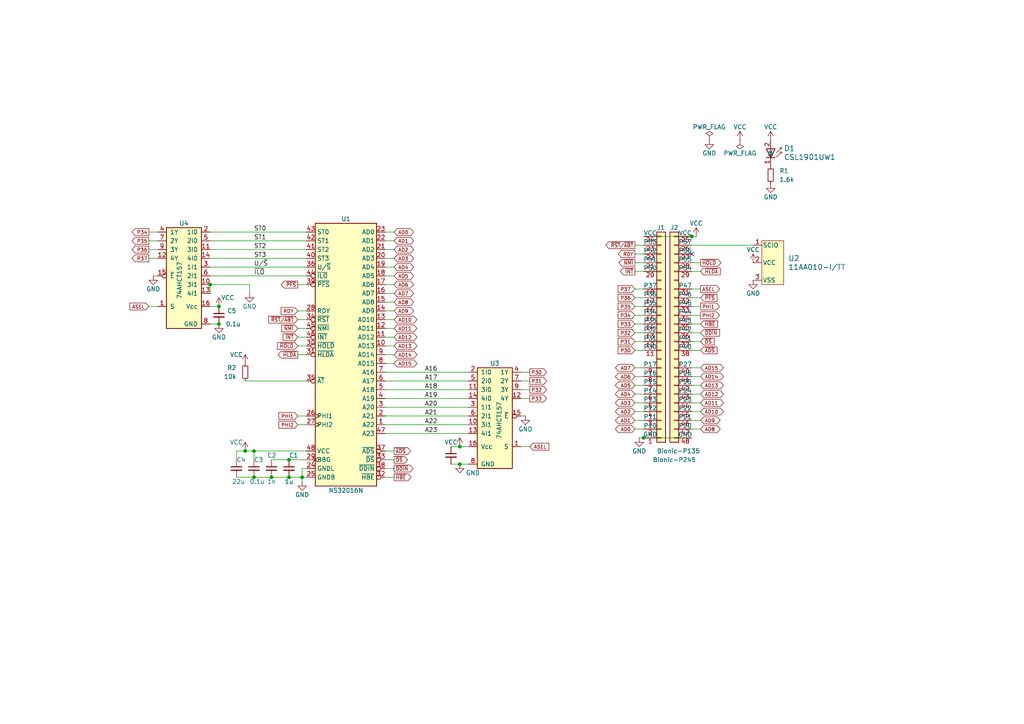
<source format=kicad_sch>
(kicad_sch (version 20250114) (generator "eeschema") (generator_version "9.0")
  (paper "A4")
  (title_block (title "BionicNS32016") (date "2025-12-24") (rev "2") (company "Tadashi G. Takaoka"))
  (lib_symbols
    (symbol "Device:C_Small" (pin_numbers (hide yes)) (pin_names (offset 0.254) (hide yes))
      (property "Reference" "C" (at 0.254 1.778 0))
      (property "Value" "C_Small" (at 0.254 -2.032 0))
      (symbol "C_Small_0_1"
        (polyline (pts (xy -1.524 0.508) (xy 1.524 0.508)) (stroke (width 0.3048)))
        (polyline (pts (xy -1.524 -0.508) (xy 1.524 -0.508)) (stroke (width 0.3302)))
      )
      (symbol "C_Small_1_1"
        (pin passive line (at 0 2.54 270) (length 2.032) (name "~") (number "1"))
        (pin passive line (at 0 -2.54 90) (length 2.032) (name "~") (number "2"))
      )
    )
    (symbol "Device:R_Small" (pin_numbers (hide yes)) (pin_names (offset 0.254) (hide yes))
      (property "Reference" "R" (at 0 0 90))
      (property "Value" "R_Small" (at 1.778 0 90))
      (symbol "R_Small_0_1"
        (rectangle (start -0.762 1.778) (end 0.762 -1.778) (stroke (width 0.2032)))
      )
      (symbol "R_Small_1_1"
        (pin passive line (at 0 2.54 270) (length 0.762) (name "~") (number "1"))
        (pin passive line (at 0 -2.54 90) (length 0.762) (name "~") (number "2"))
      )
    )
    (symbol "R_Small_1" (pin_numbers (hide yes)) (pin_names (offset 0.254) (hide yes))
      (property "Reference" "R" (at 0 0 90))
      (property "Value" "R_Small" (at 1.778 0 90))
      (symbol "R_Small_1_0_1"
        (rectangle (start -0.762 1.778) (end 0.762 -1.778) (stroke (width 0.2032)))
      )
      (symbol "R_Small_1_1_1"
        (pin passive line (at 0 2.54 270) (length 0.762) (name "~") (number "1"))
        (pin passive line (at 0 -2.54 90) (length 0.762) (name "~") (number "2"))
      )
    )
    (symbol "bionic:Bionic-P135" (pin_names (offset 0))
      (property "Reference" "J" (at 0 30.48 0))
      (property "Value" "Bionic-P135" (at -1.27 -33.02 0))
      (symbol "Bionic-P135_1_1"
        (rectangle (start 0 28.067) (end -1.27 27.813) (stroke (width 0.1524)))
        (rectangle (start 0 25.527) (end -1.27 25.273) (stroke (width 0.1524)))
        (rectangle (start 0 22.987) (end -1.27 22.733) (stroke (width 0.1524)))
        (rectangle (start 0 20.447) (end -1.27 20.193) (stroke (width 0.1524)))
        (rectangle (start 0 17.907) (end -1.27 17.653) (stroke (width 0.1524)))
        (rectangle (start 0 15.367) (end -1.27 15.113) (stroke (width 0.1524)))
        (rectangle (start 0 12.827) (end -1.27 12.573) (stroke (width 0.1524)))
        (rectangle (start 0 10.287) (end -1.27 10.033) (stroke (width 0.1524)))
        (rectangle (start 0 7.747) (end -1.27 7.493) (stroke (width 0.1524)))
        (rectangle (start 0 5.207) (end -1.27 4.953) (stroke (width 0.1524)))
        (rectangle (start 0 2.667) (end -1.27 2.413) (stroke (width 0.1524)))
        (rectangle (start 0 0.127) (end -1.27 -0.127) (stroke (width 0.1524)))
        (rectangle (start 0 -2.413) (end -1.27 -2.667) (stroke (width 0.1524)))
        (rectangle (start 0 -4.953) (end -1.27 -5.207) (stroke (width 0.1524)))
        (rectangle (start 0 -7.493) (end -1.27 -7.747) (stroke (width 0.1524)))
        (rectangle (start 0 -10.033) (end -1.27 -10.287) (stroke (width 0.1524)))
        (rectangle (start 0 -12.573) (end -1.27 -12.827) (stroke (width 0.1524)))
        (rectangle (start 0 -15.113) (end -1.27 -15.367) (stroke (width 0.1524)))
        (rectangle (start 0 -17.653) (end -1.27 -17.907) (stroke (width 0.1524)))
        (rectangle (start 0 -20.193) (end -1.27 -20.447) (stroke (width 0.1524)))
        (rectangle (start 0 -22.733) (end -1.27 -22.987) (stroke (width 0.1524)))
        (rectangle (start 0 -25.273) (end -1.27 -25.527) (stroke (width 0.1524)))
        (rectangle (start 0 -27.813) (end -1.27 -28.067) (stroke (width 0.1524)))
        (rectangle (start 0 -30.353) (end -1.27 -30.607) (stroke (width 0.1524)))
        (rectangle (start 1.27 29.21) (end -1.27 -31.75) (stroke (width 0.254)) (fill (type background)))
        (pin power_in line (at -5.08 27.94 0) (length 3.81) (name "VCC") (number "24"))
        (pin bidirectional line (at -5.08 25.4 0) (length 3.81) (name "P53") (number "23"))
        (pin bidirectional line (at -5.08 22.86 0) (length 3.81) (name "P52") (number "22"))
        (pin bidirectional line (at -5.08 20.32 0) (length 3.81) (name "P51") (number "21"))
        (pin bidirectional line (at -5.08 17.78 0) (length 3.81) (name "P50") (number "20"))
        (pin bidirectional line (at -5.08 12.7 0) (length 3.81) (name "P37") (number "18"))
        (pin bidirectional line (at -5.08 10.16 0) (length 3.81) (name "P36") (number "17"))
        (pin bidirectional line (at -5.08 7.62 0) (length 3.81) (name "P35") (number "16"))
        (pin bidirectional line (at -5.08 5.08 0) (length 3.81) (name "P34") (number "15"))
        (pin bidirectional line (at -5.08 2.54 0) (length 3.81) (name "P33") (number "14"))
        (pin bidirectional line (at -5.08 0 0) (length 3.81) (name "P32") (number "13"))
        (pin bidirectional line (at -5.08 -2.54 0) (length 3.81) (name "P31") (number "12"))
        (pin bidirectional line (at -5.08 -5.08 0) (length 3.81) (name "P30") (number "11"))
        (pin bidirectional line (at -5.08 -10.16 0) (length 3.81) (name "P17") (number "9"))
        (pin bidirectional line (at -5.08 -12.7 0) (length 3.81) (name "P16") (number "8"))
        (pin bidirectional line (at -5.08 -15.24 0) (length 3.81) (name "P15") (number "7"))
        (pin bidirectional line (at -5.08 -17.78 0) (length 3.81) (name "P14") (number "6"))
        (pin bidirectional line (at -5.08 -20.32 0) (length 3.81) (name "P13") (number "5"))
        (pin bidirectional line (at -5.08 -22.86 0) (length 3.81) (name "P12") (number "4"))
        (pin bidirectional line (at -5.08 -25.4 0) (length 3.81) (name "P11") (number "3"))
        (pin bidirectional line (at -5.08 -27.94 0) (length 3.81) (name "P10") (number "2"))
        (pin power_in line (at -5.08 -30.48 0) (length 3.81) (name "GND") (number "1"))
      )
    )
    (symbol "bionic:Bionic-P245" (pin_names (offset 0))
      (property "Reference" "J" (at -3.81 30.48 0))
      (property "Value" "Bionic-P245" (at -1.27 -33.02 0))
      (symbol "Bionic-P245_1_1"
        (rectangle (start -2.54 29.21) (end -5.08 -31.75) (stroke (width 0.254)) (fill (type background)))
        (rectangle (start -2.54 27.813) (end -3.81 28.067) (stroke (width 0.1524)))
        (rectangle (start -2.54 25.273) (end -3.81 25.527) (stroke (width 0.1524)))
        (rectangle (start -2.54 22.733) (end -3.81 22.987) (stroke (width 0.1524)))
        (rectangle (start -2.54 20.193) (end -3.81 20.447) (stroke (width 0.1524)))
        (rectangle (start -2.54 17.653) (end -3.81 17.907) (stroke (width 0.1524)))
        (rectangle (start -2.54 15.113) (end -3.81 15.367) (stroke (width 0.1524)))
        (rectangle (start -2.54 12.573) (end -3.81 12.827) (stroke (width 0.1524)))
        (rectangle (start -2.54 10.033) (end -3.81 10.287) (stroke (width 0.1524)))
        (rectangle (start -2.54 7.493) (end -3.81 7.747) (stroke (width 0.1524)))
        (rectangle (start -2.54 4.953) (end -3.81 5.207) (stroke (width 0.1524)))
        (rectangle (start -2.54 2.413) (end -3.81 2.667) (stroke (width 0.1524)))
        (rectangle (start -2.54 -0.127) (end -3.81 0.127) (stroke (width 0.1524)))
        (rectangle (start -2.54 -2.667) (end -3.81 -2.413) (stroke (width 0.1524)))
        (rectangle (start -2.54 -5.207) (end -3.81 -4.953) (stroke (width 0.1524)))
        (rectangle (start -2.54 -7.747) (end -3.81 -7.493) (stroke (width 0.1524)))
        (rectangle (start -2.54 -10.287) (end -3.81 -10.033) (stroke (width 0.1524)))
        (rectangle (start -2.54 -12.827) (end -3.81 -12.573) (stroke (width 0.1524)))
        (rectangle (start -2.54 -15.367) (end -3.81 -15.113) (stroke (width 0.1524)))
        (rectangle (start -2.54 -17.907) (end -3.81 -17.653) (stroke (width 0.1524)))
        (rectangle (start -2.54 -20.447) (end -3.81 -20.193) (stroke (width 0.1524)))
        (rectangle (start -2.54 -22.987) (end -3.81 -22.733) (stroke (width 0.1524)))
        (rectangle (start -2.54 -25.527) (end -3.81 -25.273) (stroke (width 0.1524)))
        (rectangle (start -2.54 -28.067) (end -3.81 -27.813) (stroke (width 0.1524)))
        (rectangle (start -2.54 -30.607) (end -3.81 -30.353) (stroke (width 0.1524)))
        (pin power_in line (at 1.27 27.94 180) (length 3.81) (name "VCC") (number "25"))
        (pin bidirectional line (at 1.27 25.4 180) (length 3.81) (name "P57") (number "26"))
        (pin bidirectional line (at 1.27 22.86 180) (length 3.81) (name "P56") (number "27"))
        (pin bidirectional line (at 1.27 20.32 180) (length 3.81) (name "P55") (number "28"))
        (pin bidirectional line (at 1.27 17.78 180) (length 3.81) (name "P54") (number "29"))
        (pin bidirectional line (at 1.27 12.7 180) (length 3.81) (name "P47") (number "31"))
        (pin bidirectional line (at 1.27 10.16 180) (length 3.81) (name "P46") (number "32"))
        (pin bidirectional line (at 1.27 7.62 180) (length 3.81) (name "P45") (number "33"))
        (pin bidirectional line (at 1.27 5.08 180) (length 3.81) (name "P44") (number "34"))
        (pin bidirectional line (at 1.27 2.54 180) (length 3.81) (name "P43") (number "35"))
        (pin bidirectional line (at 1.27 0 180) (length 3.81) (name "P42") (number "36"))
        (pin bidirectional line (at 1.27 -2.54 180) (length 3.81) (name "P41") (number "37"))
        (pin bidirectional line (at 1.27 -5.08 180) (length 3.81) (name "P40") (number "38"))
        (pin bidirectional line (at 1.27 -10.16 180) (length 3.81) (name "P27") (number "40"))
        (pin bidirectional line (at 1.27 -12.7 180) (length 3.81) (name "P26") (number "41"))
        (pin bidirectional line (at 1.27 -15.24 180) (length 3.81) (name "P25") (number "42"))
        (pin bidirectional line (at 1.27 -17.78 180) (length 3.81) (name "P24") (number "43"))
        (pin bidirectional line (at 1.27 -20.32 180) (length 3.81) (name "P23") (number "44"))
        (pin bidirectional line (at 1.27 -22.86 180) (length 3.81) (name "P22") (number "45"))
        (pin bidirectional line (at 1.27 -25.4 180) (length 3.81) (name "P21") (number "46"))
        (pin bidirectional line (at 1.27 -27.94 180) (length 3.81) (name "P20") (number "47"))
        (pin power_in line (at 1.27 -30.48 180) (length 3.81) (name "GND") (number "48"))
      )
    )
    (symbol "cpu:NS32016N"
      (property "Reference" "U" (at -1.27 39.37 0))
      (property "Value" "NS32016N" (at 0 0 90))
      (symbol "NS32016N_0_0"
        (pin passive non_logic (at -11.43 -30.48 0) (length 2.54) (name "BBG") (number "29"))
        (pin output line (at 11.43 -5.08 180) (length 2.54) (name "A16") (number "7"))
        (pin output line (at 11.43 -7.62 180) (length 2.54) (name "A17") (number "6"))
        (pin output line (at 11.43 -10.16 180) (length 2.54) (name "A18") (number "5"))
        (pin output line (at 11.43 -12.7 180) (length 2.54) (name "A19") (number "4"))
        (pin output line (at 11.43 -15.24 180) (length 2.54) (name "A20") (number "3"))
        (pin output line (at 11.43 -17.78 180) (length 2.54) (name "A21") (number "2"))
        (pin output line (at 11.43 -20.32 180) (length 2.54) (name "A22") (number "1"))
      )
      (symbol "NS32016N_0_1"
        (rectangle (start -8.89 -38.1) (end 8.89 38.1) (stroke (width 0.254)) (fill (type background)))
      )
      (symbol "NS32016N_1_1"
        (pin output line (at -11.43 35.56 0) (length 2.54) (name "ST0") (number "43"))
        (pin output line (at -11.43 33.02 0) (length 2.54) (name "ST1") (number "42"))
        (pin output line (at -11.43 30.48 0) (length 2.54) (name "ST2") (number "41"))
        (pin output line (at -11.43 27.94 0) (length 2.54) (name "ST3") (number "40"))
        (pin output line (at -11.43 25.4 0) (length 2.54) (name "U/~{S}") (number "36"))
        (pin output inverted (at -11.43 22.86 0) (length 2.54) (name "~{ILO}") (number "44"))
        (pin output inverted (at -11.43 20.32 0) (length 2.54) (name "~{PFS}") (number "39"))
        (pin input line (at -11.43 12.7 0) (length 2.54) (name "RDY") (number "28"))
        (pin input inverted (at -11.43 10.16 0) (length 2.54) (name "~{RST}") (number "34"))
        (pin input inverted (at -11.43 7.62 0) (length 2.54) (name "~{NMI}") (number "45"))
        (pin input inverted (at -11.43 5.08 0) (length 2.54) (name "~{INT}") (number "46"))
        (pin input inverted (at -11.43 2.54 0) (length 2.54) (name "~{HOLD}") (number "30"))
        (pin output inverted (at -11.43 0 0) (length 2.54) (name "~{HLDA}") (number "31"))
        (pin input inverted (at -11.43 -7.62 0) (length 2.54) (name "~{AT}") (number "35"))
        (pin input clock (at -11.43 -17.78 0) (length 2.54) (name "PHI1") (number "26"))
        (pin input clock (at -11.43 -20.32 0) (length 2.54) (name "PHI2") (number "27"))
        (pin power_in line (at -11.43 -27.94 0) (length 2.54) (name "VCC") (number "48"))
        (pin power_in line (at -11.43 -33.02 0) (length 2.54) (name "GNDL") (number "24"))
        (pin power_in line (at -11.43 -35.56 0) (length 2.54) (name "GNDB") (number "25"))
        (pin bidirectional line (at 11.43 35.56 180) (length 2.54) (name "AD0") (number "23"))
        (pin bidirectional line (at 11.43 33.02 180) (length 2.54) (name "AD1") (number "22"))
        (pin bidirectional line (at 11.43 30.48 180) (length 2.54) (name "AD2") (number "21"))
        (pin bidirectional line (at 11.43 27.94 180) (length 2.54) (name "AD3") (number "20"))
        (pin bidirectional line (at 11.43 25.4 180) (length 2.54) (name "AD4") (number "19"))
        (pin bidirectional line (at 11.43 22.86 180) (length 2.54) (name "AD5") (number "18"))
        (pin bidirectional line (at 11.43 20.32 180) (length 2.54) (name "AD6") (number "17"))
        (pin bidirectional line (at 11.43 17.78 180) (length 2.54) (name "AD7") (number "16"))
        (pin bidirectional line (at 11.43 15.24 180) (length 2.54) (name "AD8") (number "15"))
        (pin bidirectional line (at 11.43 12.7 180) (length 2.54) (name "AD9") (number "14"))
        (pin bidirectional line (at 11.43 10.16 180) (length 2.54) (name "AD10") (number "13"))
        (pin bidirectional line (at 11.43 7.62 180) (length 2.54) (name "AD11") (number "12"))
        (pin bidirectional line (at 11.43 5.08 180) (length 2.54) (name "AD12") (number "11"))
        (pin bidirectional line (at 11.43 2.54 180) (length 2.54) (name "AD13") (number "10"))
        (pin bidirectional line (at 11.43 0 180) (length 2.54) (name "AD14") (number "9"))
        (pin bidirectional line (at 11.43 -2.54 180) (length 2.54) (name "AD15") (number "8"))
        (pin output line (at 11.43 -22.86 180) (length 2.54) (name "A23") (number "47"))
        (pin output inverted (at 11.43 -27.94 180) (length 2.54) (name "~{ADS}") (number "37"))
        (pin output inverted (at 11.43 -30.48 180) (length 2.54) (name "~{DS}") (number "33"))
        (pin output inverted (at 11.43 -33.02 180) (length 2.54) (name "~{DDIN}") (number "38"))
        (pin output inverted (at 11.43 -35.56 180) (length 2.54) (name "~{HBE}") (number "32"))
      )
    )
    (symbol "microchip:11AA010-I_TT" (pin_names (offset 0.254))
      (property "Reference" "U" (at 2.54 1.27 0))
      (property "Value" "11AA010-I/TT" (at 3.81 -13.97 0))
      (symbol "11AA010-I_TT_1_1"
        (rectangle (start 0 0) (end 6.35 -12.7) (fill (type background)))
        (pin bidirectional line (at -2.54 -1.27 0) (length 2.54) (name "SCIO") (number "1"))
        (pin power_in line (at -2.54 -6.35 0) (length 2.54) (name "VCC") (number "2"))
        (pin power_in line (at -2.54 -11.43 0) (length 2.54) (name "VSS") (number "3"))
      )
    )
    (symbol "power:GND" (power) (pin_numbers (hide yes)) (pin_names (offset 0) (hide yes))
      (property "Value" "GND" (at 0 -3.81 0))
      (symbol "GND_0_1"
        (polyline (pts (xy 0 0) (xy 0 -1.27) (xy 1.27 -1.27) (xy 0 -2.54) (xy -1.27 -1.27) (xy 0 -1.27)))
      )
      (symbol "GND_1_1"
        (pin power_in line (at 0 0 270) (length 0) (name "~") (number "1"))
      )
    )
    (symbol "power:PWR_FLAG" (power) (pin_numbers (hide yes)) (pin_names (offset 0) (hide yes))
      (property "Value" "PWR_FLAG" (at 0 3.81 0))
      (symbol "PWR_FLAG_0_0"
        (pin power_out line (at 0 0 90) (length 0) (name "~") (number "1"))
      )
      (symbol "PWR_FLAG_0_1"
        (polyline (pts (xy 0 0) (xy 0 1.27) (xy -1.016 1.905) (xy 0 2.54) (xy 1.016 1.905) (xy 0 1.27)))
      )
    )
    (symbol "power:VCC" (power) (pin_numbers (hide yes)) (pin_names (offset 0) (hide yes))
      (property "Value" "VCC" (at 0 3.556 0))
      (symbol "VCC_0_1"
        (polyline (pts (xy -0.762 1.27) (xy 0 2.54)))
        (polyline (pts (xy 0 2.54) (xy 0.762 1.27)))
        (polyline (pts (xy 0 0) (xy 0 2.54)))
      )
      (symbol "VCC_1_1"
        (pin power_in line (at 0 0 90) (length 0) (name "~") (number "1"))
      )
    )
    (symbol "rhom:CSL1901UW1" (pin_names (offset 0.254))
      (property "Reference" "D" (at 3.81 -2.54 0))
      (property "Value" "CSL1901UW1" (at 3.81 -5.08 0))
      (symbol "CSL1901UW1_0_1"
        (polyline (pts (xy 2.159 3.175) (xy 2.667 3.175)))
        (polyline (pts (xy 2.54 0) (xy 5.08 0)))
        (polyline (pts (xy 2.54 -1.27) (xy 5.08 0) (xy 2.54 1.27) (xy 2.54 -1.27)) (stroke (width 0.254)))
        (polyline (pts (xy 3.683 1.651) (xy 2.159 3.175) (xy 2.159 2.667)))
        (polyline (pts (xy 4.953 1.651) (xy 3.429 3.175) (xy 3.429 2.667) (xy 3.429 3.175) (xy 3.937 3.175)))
        (polyline (pts (xy 5.08 1.27) (xy 5.08 -1.27)) (stroke (width 0.254)))
      )
      (symbol "CSL1901UW1_1_1"
        (pin passive line (at 0 0 0) (length 2.54) (name "A") (number "2"))
        (pin passive line (at 7.62 0 180) (length 2.54) (name "K") (number "1"))
      )
      (symbol "CSL1901UW1_1_2"
        (polyline (pts (xy -5.08 8.255) (xy -5.08 7.62)) (stroke (width 0.2032)))
        (polyline (pts (xy -5.08 7.62) (xy -4.445 8.255)) (stroke (width 0.2032)))
        (polyline (pts (xy -4.445 10.16) (xy -4.445 9.525)) (stroke (width 0.2032)))
        (polyline (pts (xy -4.445 9.525) (xy -3.81 10.16)) (stroke (width 0.2032)))
        (polyline (pts (xy -4.445 8.255) (xy -5.08 8.255)) (stroke (width 0.2032)))
        (polyline (pts (xy -4.445 6.35) (xy -3.81 6.985)) (stroke (width 0.2032)))
        (polyline (pts (xy -3.81 10.16) (xy -4.445 10.16)) (stroke (width 0.2032)))
        (polyline (pts (xy -3.81 8.255) (xy -3.175 8.89)) (stroke (width 0.2032)))
        (polyline (pts (xy -3.81 6.985) (xy -5.08 8.255)) (stroke (width 0.2032)))
        (polyline (pts (xy -3.175 8.89) (xy -4.445 10.16)) (stroke (width 0.2032)))
        (polyline (pts (xy -3.175 5.08) (xy -4.445 6.35)) (stroke (width 0.2032)))
        (polyline (pts (xy -2.54 6.985) (xy -3.81 8.255)) (stroke (width 0.2032)))
        (polyline (pts (xy -1.905 3.81) (xy 1.905 3.81)) (stroke (width 0.2032)))
        (polyline (pts (xy 0 6.35) (xy -1.905 3.81)) (stroke (width 0.2032)))
        (polyline (pts (xy 0 6.35) (xy 0 7.62)) (stroke (width 0.2032)))
        (polyline (pts (xy 0 3.175) (xy 0 3.81)) (stroke (width 0.2032)))
        (polyline (pts (xy 0 2.54) (xy 0 3.4798)) (stroke (width 0.2032)))
        (polyline (pts (xy 1.905 6.35) (xy -1.905 6.35)) (stroke (width 0.2032)))
        (polyline (pts (xy 1.905 3.81) (xy 0 6.35)) (stroke (width 0.2032)))
        (pin unspecified line (at 0 10.16 270) (length 2.54) (name "") (number "1"))
        (pin unspecified line (at 0 0 90) (length 2.54) (name "") (number "2"))
      )
    )
    (symbol "ti:74AHCT157" (pin_names (offset 1.016))
      (property "Reference" "U" (at 0 16.51 0))
      (property "Value" "74AHCT157" (at 0 -15.494 0))
      (symbol "74AHCT157_1_0"
        (pin input line (at -7.62 13.97 0) (length 2.54) (name "1I0") (number "2"))
        (pin input line (at -7.62 11.43 0) (length 2.54) (name "2I0") (number "5"))
        (pin input line (at -7.62 8.89 0) (length 2.54) (name "3I0") (number "11"))
        (pin input line (at -7.62 6.35 0) (length 2.54) (name "4I0") (number "14"))
        (pin input line (at -7.62 3.81 0) (length 2.54) (name "1I1") (number "3"))
        (pin input line (at -7.62 1.27 0) (length 2.54) (name "2I1") (number "6"))
        (pin input line (at -7.62 -1.27 0) (length 2.54) (name "3I1") (number "10"))
        (pin input line (at -7.62 -3.81 0) (length 2.54) (name "4I1") (number "13"))
        (pin power_in line (at -7.62 -7.62 0) (length 2.54) (name "Vcc") (number "16"))
        (pin power_in line (at -7.62 -12.7 0) (length 2.54) (name "GND") (number "8"))
        (pin output line (at 7.62 13.97 180) (length 2.54) (name "1Y") (number "4"))
        (pin output line (at 7.62 11.43 180) (length 2.54) (name "2Y") (number "7"))
        (pin output line (at 7.62 8.89 180) (length 2.54) (name "3Y") (number "9"))
        (pin output line (at 7.62 6.35 180) (length 2.54) (name "4Y") (number "12"))
        (pin input inverted (at 7.62 1.27 180) (length 2.54) (name "~{E}") (number "15"))
        (pin input line (at 7.62 -7.62 180) (length 2.54) (name "S") (number "1"))
      )
      (symbol "74AHCT157_1_1"
        (rectangle (start -5.08 15.24) (end 5.08 -13.97) (stroke (width 0.254)) (fill (type background)))
      )
    )
  )
  (junction (at 83.82 133.35))
  (junction (at 83.82 138.43))
  (junction (at 71.12 130.81))
  (junction (at 133.35 129.54))
  (junction (at 73.66 138.43))
  (junction (at 73.66 130.81))
  (junction (at 63.5 93.98))
  (junction (at 87.63 138.43))
  (junction (at 133.35 134.62))
  (junction (at 60.96 82.55))
  (junction (at 186.69 127))
  (junction (at 78.74 138.43))
  (junction (at 200.66 68.58))
  (junction (at 63.5 88.9))
  (no_connect (at 200.66 73.66))
  (wire (pts (xy 184.15 119.38) (xy 186.69 119.38)))
  (wire (pts (xy 86.36 95.25) (xy 88.9 95.25)))
  (wire (pts (xy 184.15 109.22) (xy 186.69 109.22)))
  (wire (pts (xy 111.76 100.33) (xy 114.3 100.33)))
  (wire (pts (xy 71.12 130.81) (xy 73.66 130.81)))
  (wire (pts (xy 86.36 92.71) (xy 88.9 92.71)))
  (wire (pts (xy 43.18 88.9) (xy 45.72 88.9)))
  (wire (pts (xy 86.36 97.79) (xy 88.9 97.79)))
  (wire (pts (xy 111.76 87.63) (xy 114.3 87.63)))
  (wire (pts (xy 200.66 86.36) (xy 203.2 86.36)))
  (wire (pts (xy 200.66 109.22) (xy 203.2 109.22)))
  (wire (pts (xy 186.69 68.58) (xy 200.66 68.58)))
  (wire (pts (xy 200.66 114.3) (xy 203.2 114.3)))
  (wire (pts (xy 111.76 135.89) (xy 114.3 135.89)))
  (wire (pts (xy 200.66 71.12) (xy 218.44 71.12)))
  (wire (pts (xy 111.76 113.03) (xy 135.89 113.03)))
  (wire (pts (xy 111.76 92.71) (xy 114.3 92.71)))
  (wire (pts (xy 60.96 93.98) (xy 63.5 93.98)))
  (wire (pts (xy 68.58 130.81) (xy 68.58 133.35)))
  (wire (pts (xy 200.66 101.6) (xy 203.2 101.6)))
  (wire (pts (xy 111.76 67.31) (xy 114.3 67.31)))
  (wire (pts (xy 60.96 74.93) (xy 88.9 74.93)))
  (wire (pts (xy 111.76 120.65) (xy 135.89 120.65)))
  (wire (pts (xy 111.76 77.47) (xy 114.3 77.47)))
  (wire (pts (xy 60.96 72.39) (xy 88.9 72.39)))
  (wire (pts (xy 83.82 138.43) (xy 87.63 138.43)))
  (wire (pts (xy 200.66 124.46) (xy 203.2 124.46)))
  (wire (pts (xy 151.13 113.03) (xy 153.67 113.03)))
  (wire (pts (xy 184.15 93.98) (xy 186.69 93.98)))
  (wire (pts (xy 184.15 78.74) (xy 186.69 78.74)))
  (wire (pts (xy 200.66 76.2) (xy 203.2 76.2)))
  (wire (pts (xy 130.81 129.54) (xy 133.35 129.54)))
  (wire (pts (xy 151.13 107.95) (xy 153.67 107.95)))
  (wire (pts (xy 200.66 96.52) (xy 203.2 96.52)))
  (wire (pts (xy 184.15 99.06) (xy 186.69 99.06)))
  (wire (pts (xy 200.66 121.92) (xy 203.2 121.92)))
  (wire (pts (xy 111.76 102.87) (xy 114.3 102.87)))
  (wire (pts (xy 111.76 69.85) (xy 114.3 69.85)))
  (wire (pts (xy 151.13 120.65) (xy 152.4 120.65)))
  (wire (pts (xy 86.36 90.17) (xy 88.9 90.17)))
  (wire (pts (xy 184.15 88.9) (xy 186.69 88.9)))
  (wire (pts (xy 200.66 99.06) (xy 203.2 99.06)))
  (wire (pts (xy 184.15 124.46) (xy 186.69 124.46)))
  (wire (pts (xy 87.63 138.43) (xy 88.9 138.43)))
  (wire (pts (xy 200.66 88.9) (xy 203.2 88.9)))
  (wire (pts (xy 111.76 82.55) (xy 114.3 82.55)))
  (wire (pts (xy 200.66 106.68) (xy 203.2 106.68)))
  (wire (pts (xy 60.96 80.01) (xy 88.9 80.01)))
  (wire (pts (xy 87.63 138.43) (xy 87.63 139.7)))
  (wire (pts (xy 111.76 138.43) (xy 114.3 138.43)))
  (wire (pts (xy 73.66 138.43) (xy 78.74 138.43)))
  (wire (pts (xy 86.36 100.33) (xy 88.9 100.33)))
  (wire (pts (xy 86.36 82.55) (xy 88.9 82.55)))
  (wire (pts (xy 200.66 93.98) (xy 203.2 93.98)))
  (wire (pts (xy 151.13 129.54) (xy 153.67 129.54)))
  (wire (pts (xy 184.15 106.68) (xy 186.69 106.68)))
  (wire (pts (xy 78.74 138.43) (xy 83.82 138.43)))
  (wire (pts (xy 86.36 102.87) (xy 88.9 102.87)))
  (wire (pts (xy 184.15 73.66) (xy 186.69 73.66)))
  (wire (pts (xy 78.74 133.35) (xy 83.82 133.35)))
  (wire (pts (xy 184.15 76.2) (xy 186.69 76.2)))
  (wire (pts (xy 60.96 69.85) (xy 88.9 69.85)))
  (wire (pts (xy 87.63 135.89) (xy 87.63 138.43)))
  (wire (pts (xy 111.76 125.73) (xy 135.89 125.73)))
  (wire (pts (xy 73.66 130.81) (xy 73.66 133.35)))
  (wire (pts (xy 184.15 86.36) (xy 186.69 86.36)))
  (wire (pts (xy 184.15 96.52) (xy 186.69 96.52)))
  (wire (pts (xy 63.5 88.9) (xy 60.96 88.9)))
  (wire (pts (xy 43.18 67.31) (xy 45.72 67.31)))
  (wire (pts (xy 151.13 110.49) (xy 153.67 110.49)))
  (wire (pts (xy 111.76 133.35) (xy 114.3 133.35)))
  (wire (pts (xy 184.15 101.6) (xy 186.69 101.6)))
  (wire (pts (xy 68.58 138.43) (xy 73.66 138.43)))
  (wire (pts (xy 133.35 129.54) (xy 135.89 129.54)))
  (wire (pts (xy 43.18 72.39) (xy 45.72 72.39)))
  (wire (pts (xy 71.12 110.49) (xy 88.9 110.49)))
  (wire (pts (xy 60.96 77.47) (xy 88.9 77.47)))
  (wire (pts (xy 73.66 130.81) (xy 88.9 130.81)))
  (wire (pts (xy 72.39 85.09) (xy 72.39 82.55)))
  (wire (pts (xy 200.66 119.38) (xy 203.2 119.38)))
  (wire (pts (xy 86.36 120.65) (xy 88.9 120.65)))
  (wire (pts (xy 111.76 97.79) (xy 114.3 97.79)))
  (wire (pts (xy 111.76 110.49) (xy 135.89 110.49)))
  (wire (pts (xy 200.66 83.82) (xy 203.2 83.82)))
  (wire (pts (xy 133.35 134.62) (xy 135.89 134.62)))
  (wire (pts (xy 86.36 123.19) (xy 88.9 123.19)))
  (wire (pts (xy 45.72 80.01) (xy 44.45 80.01)))
  (wire (pts (xy 130.81 134.62) (xy 133.35 134.62)))
  (wire (pts (xy 111.76 123.19) (xy 135.89 123.19)))
  (wire (pts (xy 68.58 130.81) (xy 71.12 130.81)))
  (wire (pts (xy 60.96 82.55) (xy 72.39 82.55)))
  (wire (pts (xy 111.76 90.17) (xy 114.3 90.17)))
  (wire (pts (xy 111.76 107.95) (xy 135.89 107.95)))
  (wire (pts (xy 111.76 74.93) (xy 114.3 74.93)))
  (wire (pts (xy 111.76 95.25) (xy 114.3 95.25)))
  (wire (pts (xy 200.66 68.58) (xy 201.93 68.58)))
  (wire (pts (xy 111.76 72.39) (xy 114.3 72.39)))
  (wire (pts (xy 184.15 116.84) (xy 186.69 116.84)))
  (wire (pts (xy 184.15 83.82) (xy 186.69 83.82)))
  (wire (pts (xy 186.69 127) (xy 200.66 127)))
  (wire (pts (xy 88.9 135.89) (xy 87.63 135.89)))
  (wire (pts (xy 185.42 127) (xy 186.69 127)))
  (wire (pts (xy 111.76 105.41) (xy 114.3 105.41)))
  (wire (pts (xy 111.76 115.57) (xy 135.89 115.57)))
  (wire (pts (xy 111.76 118.11) (xy 135.89 118.11)))
  (wire (pts (xy 184.15 114.3) (xy 186.69 114.3)))
  (wire (pts (xy 43.18 69.85) (xy 45.72 69.85)))
  (wire (pts (xy 200.66 111.76) (xy 203.2 111.76)))
  (wire (pts (xy 184.15 91.44) (xy 186.69 91.44)))
  (wire (pts (xy 111.76 130.81) (xy 114.3 130.81)))
  (wire (pts (xy 184.15 71.12) (xy 186.69 71.12)))
  (wire (pts (xy 200.66 91.44) (xy 203.2 91.44)))
  (wire (pts (xy 111.76 85.09) (xy 114.3 85.09)))
  (wire (pts (xy 184.15 111.76) (xy 186.69 111.76)))
  (wire (pts (xy 184.15 121.92) (xy 186.69 121.92)))
  (wire (pts (xy 60.96 67.31) (xy 88.9 67.31)))
  (wire (pts (xy 151.13 115.57) (xy 153.67 115.57)))
  (wire (pts (xy 60.96 82.55) (xy 60.96 85.09)))
  (wire (pts (xy 200.66 116.84) (xy 203.2 116.84)))
  (wire (pts (xy 43.18 74.93) (xy 45.72 74.93)))
  (wire (pts (xy 200.66 78.74) (xy 203.2 78.74)))
  (wire (pts (xy 111.76 80.01) (xy 114.3 80.01)))
  (wire (pts (xy 83.82 133.35) (xy 88.9 133.35)))
  (label "ST3" (at 73.66 74.93 0))
  (label "ST2" (at 73.66 72.39 0))
  (label "A23" (at 123.19 125.73 0))
  (label "~{ILO}" (at 73.66 80.01 0))
  (label "A22" (at 123.19 123.19 0))
  (label "A20" (at 123.19 118.11 0))
  (label "A18" (at 123.19 113.03 0))
  (label "A17" (at 123.19 110.49 0))
  (label "ST1" (at 73.66 69.85 0))
  (label "ST0" (at 73.66 67.31 0))
  (label "A16" (at 123.19 107.95 0))
  (label "A21" (at 123.19 120.65 0))
  (label "U{slash}~{S}" (at 73.66 77.47 0))
  (label "A19" (at 123.19 115.57 0))
  (global_label "RDY" (shape input) (at 86.36 90.17 180) (effects (font (size 1.016 1.016))) (property "Intersheetrefs" "${INTERSHEET_REFS}" (effects (hide yes))))
  (global_label "AD1" (shape bidirectional) (at 184.15 121.92 180) (effects (font (size 1.016 1.016))) (property "Intersheetrefs" "${INTERSHEET_REFS}" (effects (hide yes))))
  (global_label "P32" (shape input) (at 184.15 96.52 180) (effects (font (size 1.016 1.016))) (property "Intersheetrefs" "${INTERSHEET_REFS}" (effects (hide yes))))
  (global_label "~{ADS}" (shape output) (at 114.3 130.81 0) (effects (font (size 1.016 1.016))) (property "Intersheetrefs" "${INTERSHEET_REFS}" (effects (hide yes))))
  (global_label "~{INT}" (shape output) (at 184.15 78.74 180) (effects (font (size 1.016 1.016))) (property "Intersheetrefs" "${INTERSHEET_REFS}" (effects (hide yes))))
  (global_label "AD11" (shape bidirectional) (at 114.3 95.25 0) (effects (font (size 1.016 1.016))) (property "Intersheetrefs" "${INTERSHEET_REFS}" (effects (hide yes))))
  (global_label "~{HOLD}" (shape output) (at 203.2 76.2 0) (effects (font (size 1.016 1.016))) (property "Intersheetrefs" "${INTERSHEET_REFS}" (effects (hide yes))))
  (global_label "AD6" (shape bidirectional) (at 184.15 109.22 180) (effects (font (size 1.016 1.016))) (property "Intersheetrefs" "${INTERSHEET_REFS}" (effects (hide yes))))
  (global_label "AD2" (shape bidirectional) (at 114.3 72.39 0) (effects (font (size 1.016 1.016))) (property "Intersheetrefs" "${INTERSHEET_REFS}" (effects (hide yes))))
  (global_label "AD4" (shape bidirectional) (at 114.3 77.47 0) (effects (font (size 1.016 1.016))) (property "Intersheetrefs" "${INTERSHEET_REFS}" (effects (hide yes))))
  (global_label "AD10" (shape bidirectional) (at 203.2 119.38 0) (effects (font (size 1.016 1.016))) (property "Intersheetrefs" "${INTERSHEET_REFS}" (effects (hide yes))))
  (global_label "AD15" (shape bidirectional) (at 114.3 105.41 0) (effects (font (size 1.016 1.016))) (property "Intersheetrefs" "${INTERSHEET_REFS}" (effects (hide yes))))
  (global_label "~{DS}" (shape output) (at 114.3 133.35 0) (effects (font (size 1.016 1.016))) (property "Intersheetrefs" "${INTERSHEET_REFS}" (effects (hide yes))))
  (global_label "AD6" (shape bidirectional) (at 114.3 82.55 0) (effects (font (size 1.016 1.016))) (property "Intersheetrefs" "${INTERSHEET_REFS}" (effects (hide yes))))
  (global_label "AD14" (shape bidirectional) (at 114.3 102.87 0) (effects (font (size 1.016 1.016))) (property "Intersheetrefs" "${INTERSHEET_REFS}" (effects (hide yes))))
  (global_label "~{PFS}" (shape input) (at 203.2 86.36 0) (effects (font (size 1.016 1.016))) (property "Intersheetrefs" "${INTERSHEET_REFS}" (effects (hide yes))))
  (global_label "P31" (shape output) (at 153.67 110.49 0) (effects (font (size 1.016 1.016))) (property "Intersheetrefs" "${INTERSHEET_REFS}" (effects (hide yes))))
  (global_label "AD8" (shape bidirectional) (at 114.3 87.63 0) (effects (font (size 1.016 1.016))) (property "Intersheetrefs" "${INTERSHEET_REFS}" (effects (hide yes))))
  (global_label "~{HOLD}" (shape input) (at 86.36 100.33 180) (effects (font (size 1.016 1.016))) (property "Intersheetrefs" "${INTERSHEET_REFS}" (effects (hide yes))))
  (global_label "AD3" (shape bidirectional) (at 114.3 74.93 0) (effects (font (size 1.016 1.016))) (property "Intersheetrefs" "${INTERSHEET_REFS}" (effects (hide yes))))
  (global_label "AD10" (shape bidirectional) (at 114.3 92.71 0) (effects (font (size 1.016 1.016))) (property "Intersheetrefs" "${INTERSHEET_REFS}" (effects (hide yes))))
  (global_label "AD1" (shape bidirectional) (at 114.3 69.85 0) (effects (font (size 1.016 1.016))) (property "Intersheetrefs" "${INTERSHEET_REFS}" (effects (hide yes))))
  (global_label "~{NMI}" (shape output) (at 184.15 76.2 180) (effects (font (size 1.016 1.016))) (property "Intersheetrefs" "${INTERSHEET_REFS}" (effects (hide yes))))
  (global_label "P36" (shape input) (at 184.15 86.36 180) (effects (font (size 1.016 1.016))) (property "Intersheetrefs" "${INTERSHEET_REFS}" (effects (hide yes))))
  (global_label "~{DDIN}" (shape input) (at 203.2 96.52 0) (effects (font (size 1.016 1.016))) (property "Intersheetrefs" "${INTERSHEET_REFS}" (effects (hide yes))))
  (global_label "AD15" (shape bidirectional) (at 203.2 106.68 0) (effects (font (size 1.016 1.016))) (property "Intersheetrefs" "${INTERSHEET_REFS}" (effects (hide yes))))
  (global_label "RDY" (shape output) (at 184.15 73.66 180) (effects (font (size 1.016 1.016))) (property "Intersheetrefs" "${INTERSHEET_REFS}" (effects (hide yes))))
  (global_label "~{RST}{slash}~{ABT}" (shape input) (at 86.36 92.71 180) (effects (font (size 1.016 1.016))) (property "Intersheetrefs" "${INTERSHEET_REFS}" (effects (hide yes))))
  (global_label "AD4" (shape bidirectional) (at 184.15 114.3 180) (effects (font (size 1.016 1.016))) (property "Intersheetrefs" "${INTERSHEET_REFS}" (effects (hide yes))))
  (global_label "AD12" (shape bidirectional) (at 114.3 97.79 0) (effects (font (size 1.016 1.016))) (property "Intersheetrefs" "${INTERSHEET_REFS}" (effects (hide yes))))
  (global_label "P33" (shape output) (at 153.67 115.57 0) (effects (font (size 1.016 1.016))) (property "Intersheetrefs" "${INTERSHEET_REFS}" (effects (hide yes))))
  (global_label "~{NMI}" (shape input) (at 86.36 95.25 180) (effects (font (size 1.016 1.016))) (property "Intersheetrefs" "${INTERSHEET_REFS}" (effects (hide yes))))
  (global_label "AD13" (shape bidirectional) (at 203.2 111.76 0) (effects (font (size 1.016 1.016))) (property "Intersheetrefs" "${INTERSHEET_REFS}" (effects (hide yes))))
  (global_label "AD9" (shape bidirectional) (at 203.2 121.92 0) (effects (font (size 1.016 1.016))) (property "Intersheetrefs" "${INTERSHEET_REFS}" (effects (hide yes))))
  (global_label "P34" (shape input) (at 184.15 91.44 180) (effects (font (size 1.016 1.016))) (property "Intersheetrefs" "${INTERSHEET_REFS}" (effects (hide yes))))
  (global_label "PHI1" (shape input) (at 86.36 120.65 180) (effects (font (size 1.016 1.016))) (property "Intersheetrefs" "${INTERSHEET_REFS}" (effects (hide yes))))
  (global_label "~{ADS}" (shape input) (at 203.2 101.6 0) (effects (font (size 1.016 1.016))) (property "Intersheetrefs" "${INTERSHEET_REFS}" (effects (hide yes))))
  (global_label "AD0" (shape bidirectional) (at 184.15 124.46 180) (effects (font (size 1.016 1.016))) (property "Intersheetrefs" "${INTERSHEET_REFS}" (effects (hide yes))))
  (global_label "~{HLDA}" (shape input) (at 203.2 78.74 0) (effects (font (size 1.016 1.016))) (property "Intersheetrefs" "${INTERSHEET_REFS}" (effects (hide yes))))
  (global_label "AD7" (shape bidirectional) (at 184.15 106.68 180) (effects (font (size 1.016 1.016))) (property "Intersheetrefs" "${INTERSHEET_REFS}" (effects (hide yes))))
  (global_label "AD14" (shape bidirectional) (at 203.2 109.22 0) (effects (font (size 1.016 1.016))) (property "Intersheetrefs" "${INTERSHEET_REFS}" (effects (hide yes))))
  (global_label "P33" (shape input) (at 184.15 93.98 180) (effects (font (size 1.016 1.016))) (property "Intersheetrefs" "${INTERSHEET_REFS}" (effects (hide yes))))
  (global_label "P30" (shape output) (at 153.67 107.95 0) (effects (font (size 1.016 1.016))) (property "Intersheetrefs" "${INTERSHEET_REFS}" (effects (hide yes))))
  (global_label "AD11" (shape bidirectional) (at 203.2 116.84 0) (effects (font (size 1.016 1.016))) (property "Intersheetrefs" "${INTERSHEET_REFS}" (effects (hide yes))))
  (global_label "ASEL" (shape output) (at 203.2 83.82 0) (effects (font (size 1.016 1.016))) (property "Intersheetrefs" "${INTERSHEET_REFS}" (effects (hide yes))))
  (global_label "P35" (shape input) (at 184.15 88.9 180) (effects (font (size 1.016 1.016))) (property "Intersheetrefs" "${INTERSHEET_REFS}" (effects (hide yes))))
  (global_label "AD5" (shape bidirectional) (at 184.15 111.76 180) (effects (font (size 1.016 1.016))) (property "Intersheetrefs" "${INTERSHEET_REFS}" (effects (hide yes))))
  (global_label "P30" (shape input) (at 184.15 101.6 180) (effects (font (size 1.016 1.016))) (property "Intersheetrefs" "${INTERSHEET_REFS}" (effects (hide yes))))
  (global_label "AD13" (shape bidirectional) (at 114.3 100.33 0) (effects (font (size 1.016 1.016))) (property "Intersheetrefs" "${INTERSHEET_REFS}" (effects (hide yes))))
  (global_label "PHI2" (shape output) (at 203.2 91.44 0) (effects (font (size 1.016 1.016))) (property "Intersheetrefs" "${INTERSHEET_REFS}" (effects (hide yes))))
  (global_label "P36" (shape output) (at 43.18 72.39 180) (effects (font (size 1.016 1.016))) (property "Intersheetrefs" "${INTERSHEET_REFS}" (effects (hide yes))))
  (global_label "AD3" (shape bidirectional) (at 184.15 116.84 180) (effects (font (size 1.016 1.016))) (property "Intersheetrefs" "${INTERSHEET_REFS}" (effects (hide yes))))
  (global_label "~{RST}{slash}~{ABT}" (shape output) (at 184.15 71.12 180) (effects (font (size 1.016 1.016))) (property "Intersheetrefs" "${INTERSHEET_REFS}" (effects (hide yes))))
  (global_label "~{DDIN}" (shape output) (at 114.3 135.89 0) (effects (font (size 1.016 1.016))) (property "Intersheetrefs" "${INTERSHEET_REFS}" (effects (hide yes))))
  (global_label "P37" (shape output) (at 43.18 74.93 180) (effects (font (size 1.016 1.016))) (property "Intersheetrefs" "${INTERSHEET_REFS}" (effects (hide yes))))
  (global_label "~{INT}" (shape input) (at 86.36 97.79 180) (effects (font (size 1.016 1.016))) (property "Intersheetrefs" "${INTERSHEET_REFS}" (effects (hide yes))))
  (global_label "PHI1" (shape output) (at 203.2 88.9 0) (effects (font (size 1.016 1.016))) (property "Intersheetrefs" "${INTERSHEET_REFS}" (effects (hide yes))))
  (global_label "P37" (shape input) (at 184.15 83.82 180) (effects (font (size 1.016 1.016))) (property "Intersheetrefs" "${INTERSHEET_REFS}" (effects (hide yes))))
  (global_label "AD9" (shape bidirectional) (at 114.3 90.17 0) (effects (font (size 1.016 1.016))) (property "Intersheetrefs" "${INTERSHEET_REFS}" (effects (hide yes))))
  (global_label "AD8" (shape bidirectional) (at 203.2 124.46 0) (effects (font (size 1.016 1.016))) (property "Intersheetrefs" "${INTERSHEET_REFS}" (effects (hide yes))))
  (global_label "P32" (shape output) (at 153.67 113.03 0) (effects (font (size 1.016 1.016))) (property "Intersheetrefs" "${INTERSHEET_REFS}" (effects (hide yes))))
  (global_label "AD5" (shape bidirectional) (at 114.3 80.01 0) (effects (font (size 1.016 1.016))) (property "Intersheetrefs" "${INTERSHEET_REFS}" (effects (hide yes))))
  (global_label "~{HBE}" (shape input) (at 203.2 93.98 0) (effects (font (size 1.016 1.016))) (property "Intersheetrefs" "${INTERSHEET_REFS}" (effects (hide yes))))
  (global_label "P35" (shape output) (at 43.18 69.85 180) (effects (font (size 1.016 1.016))) (property "Intersheetrefs" "${INTERSHEET_REFS}" (effects (hide yes))))
  (global_label "P31" (shape input) (at 184.15 99.06 180) (effects (font (size 1.016 1.016))) (property "Intersheetrefs" "${INTERSHEET_REFS}" (effects (hide yes))))
  (global_label "ASEL" (shape input) (at 153.67 129.54 0) (effects (font (size 1.016 1.016))) (property "Intersheetrefs" "${INTERSHEET_REFS}" (effects (hide yes))))
  (global_label "AD0" (shape bidirectional) (at 114.3 67.31 0) (effects (font (size 1.016 1.016))) (property "Intersheetrefs" "${INTERSHEET_REFS}" (effects (hide yes))))
  (global_label "~{PFS}" (shape output) (at 86.36 82.55 180) (effects (font (size 1.016 1.016))) (property "Intersheetrefs" "${INTERSHEET_REFS}" (effects (hide yes))))
  (global_label "AD7" (shape bidirectional) (at 114.3 85.09 0) (effects (font (size 1.016 1.016))) (property "Intersheetrefs" "${INTERSHEET_REFS}" (effects (hide yes))))
  (global_label "AD12" (shape bidirectional) (at 203.2 114.3 0) (effects (font (size 1.016 1.016))) (property "Intersheetrefs" "${INTERSHEET_REFS}" (effects (hide yes))))
  (global_label "~{HLDA}" (shape output) (at 86.36 102.87 180) (effects (font (size 1.016 1.016))) (property "Intersheetrefs" "${INTERSHEET_REFS}" (effects (hide yes))))
  (global_label "~{HBE}" (shape output) (at 114.3 138.43 0) (effects (font (size 1.016 1.016))) (property "Intersheetrefs" "${INTERSHEET_REFS}" (effects (hide yes))))
  (global_label "~{DS}" (shape input) (at 203.2 99.06 0) (effects (font (size 1.016 1.016))) (property "Intersheetrefs" "${INTERSHEET_REFS}" (effects (hide yes))))
  (global_label "ASEL" (shape input) (at 43.18 88.9 180) (effects (font (size 1.016 1.016))) (property "Intersheetrefs" "${INTERSHEET_REFS}" (effects (hide yes))))
  (global_label "AD2" (shape bidirectional) (at 184.15 119.38 180) (effects (font (size 1.016 1.016))) (property "Intersheetrefs" "${INTERSHEET_REFS}" (effects (hide yes))))
  (global_label "PHI2" (shape input) (at 86.36 123.19 180) (effects (font (size 1.016 1.016))) (property "Intersheetrefs" "${INTERSHEET_REFS}" (effects (hide yes))))
  (global_label "P34" (shape output) (at 43.18 67.31 180) (effects (font (size 1.016 1.016))) (property "Intersheetrefs" "${INTERSHEET_REFS}" (effects (hide yes))))
  (symbol (lib_id "Device:C_Small") (at 130.81 132.08 0) (unit 1)
    (property "Reference" "C6" (effects (hide yes)))
    (property "Value" "0.1u" (effects (hide yes)))
    (property "Footprint" "Capacitor_SMD:C_0603_1608Metric_Pad1.08x0.95mm_HandSolder" (effects (hide yes)))
  )
  (symbol (lib_id "Device:C_Small") (at 73.66 135.89 0) (unit 1)
    (property "Reference" "C3" (at 73.66 133.35 0) (effects (justify left)))
    (property "Value" "0.1u" (at 72.39 139.7 0) (effects (justify left)))
    (property "Footprint" "Capacitor_SMD:C_0603_1608Metric_Pad1.08x0.95mm_HandSolder" (effects (hide yes)))
  )
  (symbol (lib_id "power:GND") (at 185.42 127 0) (unit 1)
    (property "Reference" "#PWR010" (effects (hide yes)))
    (property "Value" "GND" (at 185.42 130.81 0))
    (property "Description" "Power symbol creates a global label with name \"GND\" , ground" (effects (hide yes)))
  )
  (symbol (lib_id "power:GND") (at 87.63 139.7 0) (unit 1)
    (property "Reference" "#PWR02" (effects (hide yes)))
    (property "Value" "GND" (at 87.63 143.51 0))
    (property "Description" "Power symbol creates a global label with name \"GND\" , ground" (effects (hide yes)))
  )
  (symbol (lib_id "power:GND") (at 44.45 80.01 0) (mirror y) (unit 1)
    (property "Reference" "#PWR09" (effects (hide yes)))
    (property "Value" "GND" (at 44.45 83.82 0))
    (property "Description" "Power symbol creates a global label with name \"GND\" , ground" (effects (hide yes)))
  )
  (symbol (lib_id "power:VCC") (at 201.93 68.58 0) (unit 1)
    (property "Reference" "#PWR011" (effects (hide yes)))
    (property "Value" "VCC" (at 201.93 64.77 0))
    (property "Description" "Power symbol creates a global label with name \"VCC\"" (effects (hide yes)))
  )
  (symbol (lib_id "ti:74AHCT157") (at 53.34 81.28 0) (mirror y) (unit 1)
    (property "Reference" "U4" (at 53.34 64.77 0))
    (property "Value" "74AHCT157" (at 52.07 81.28 90))
    (property "Footprint" "ti:PW16-M" (effects (hide yes)))
    (property "Datasheet" "https://www.ti.com/jp/lit/ds/symlink/cd74hct157.pdf" (effects (hide yes)))
    (property "Description" "Quad 2-Input Multiplexers" (effects (hide yes)))
  )
  (symbol (lib_id "bionic:Bionic-P245") (at 199.39 96.52 0) (unit 1)
    (property "Reference" "J2" (at 195.58 66.04 0))
    (property "Value" "Bionic-P245" (at 195.58 133.35 0))
    (property "Footprint" "bionic:Bionic-P245_SMT" (effects (hide yes)))
    (property "Description" "Generic connector, single row, 01x24, script generated (kicad-library-utils/schlib/autogen/connector/)" (effects (hide yes)))
  )
  (symbol (lib_id "power:VCC") (at 133.35 129.54 0) (unit 1)
    (property "Reference" "#PWR06" (effects (hide yes)))
    (property "Value" "VCC" (at 130.81 128.27 0))
    (property "Description" "Power symbol creates a global label with name \"VCC\"" (effects (hide yes)))
  )
  (symbol (lib_id "power:VCC") (at 63.5 88.9 0) (mirror y) (unit 1)
    (property "Reference" "#PWR04" (effects (hide yes)))
    (property "Value" "VCC" (at 66.04 86.36 0))
    (property "Description" "Power symbol creates a global label with name \"VCC\"" (effects (hide yes)))
  )
  (symbol (lib_id "rhom:CSL1901UW1") (at 223.52 40.64 270) (unit 1)
    (property "Reference" "D1" (at 227.33 43.0529 90) (effects (font (size 1.524 1.524)) (justify left)))
    (property "Value" "CSL1901UW1" (at 227.33 45.5929 90) (effects (font (size 1.524 1.524)) (justify left)))
    (property "Footprint" "rhom:LED_CSL1901UW1_ROM-M" (effects (hide yes)))
    (property "Datasheet" "https://fscdn.rohm.com/en/products/databook/datasheet/opto/led/chip_mono/csl1901uw1-e.pdf" (effects (hide yes)))
    (property "Description" "Red LED (Low Current Emission, SMD)" (effects (hide yes)))
  )
  (symbol (lib_id "power:PWR_FLAG") (at 205.74 40.64 0) (unit 1)
    (property "Reference" "#FLG01" (effects (hide yes)))
    (property "Value" "PWR_FLAG" (at 205.74 36.83 0))
    (property "Description" "Special symbol for telling ERC where power comes from" (effects (hide yes)))
  )
  (symbol (lib_id "power:GND") (at 223.52 53.34 0) (unit 1)
    (property "Reference" "#PWR017" (effects (hide yes)))
    (property "Value" "GND" (at 223.52 57.15 0))
    (property "Description" "Power symbol creates a global label with name \"GND\" , ground" (effects (hide yes)))
  )
  (symbol (lib_id "power:GND") (at 152.4 120.65 0) (unit 1)
    (property "Reference" "#PWR08" (effects (hide yes)))
    (property "Value" "GND" (at 152.4 124.46 0))
    (property "Description" "Power symbol creates a global label with name \"GND\" , ground" (effects (hide yes)))
  )
  (symbol (lib_id "Device:C_Small") (at 83.82 135.89 0) (unit 1)
    (property "Reference" "C1" (at 83.82 132.08 0) (effects (justify left)))
    (property "Value" "1u" (at 82.55 139.7 0) (effects (justify left)))
    (property "Footprint" "Capacitor_SMD:C_0603_1608Metric_Pad1.08x0.95mm_HandSolder" (effects (hide yes)))
  )
  (symbol (lib_id "power:GND") (at 205.74 40.64 0) (unit 1)
    (property "Reference" "#PWR012" (effects (hide yes)))
    (property "Value" "GND" (at 205.74 44.45 0))
    (property "Description" "Power symbol creates a global label with name \"GND\" , ground" (effects (hide yes)))
  )
  (symbol (lib_id "ti:74AHCT157") (at 143.51 121.92 0) (unit 1)
    (property "Reference" "U3" (at 143.51 105.41 0))
    (property "Value" "74AHCT157" (at 144.78 121.92 90))
    (property "Footprint" "ti:PW16-M" (effects (hide yes)))
    (property "Datasheet" "https://www.ti.com/jp/lit/ds/symlink/cd74hct157.pdf" (effects (hide yes)))
    (property "Description" "Quad 2-Input Multiplexers" (effects (hide yes)))
  )
  (symbol (lib_id "Device:R_Small") (at 223.52 50.8 0) (unit 1)
    (property "Reference" "R1" (at 226.06 49.53 0) (effects (justify left)))
    (property "Value" "1.6k" (at 226.06 52.07 0) (effects (justify left)))
    (property "Footprint" "Resistor_SMD:R_0603_1608Metric_Pad0.98x0.95mm_HandSolder" (effects (hide yes)))
    (property "Description" "Resistor, small symbol" (effects (hide yes)))
  )
  (symbol (lib_id "power:VCC") (at 223.52 40.64 0) (unit 1)
    (property "Reference" "#PWR016" (effects (hide yes)))
    (property "Value" "VCC" (at 223.52 36.83 0))
    (property "Description" "Power symbol creates a global label with name \"VCC\"" (effects (hide yes)))
  )
  (symbol (lib_id "power:GND") (at 72.39 85.09 0) (mirror y) (unit 1)
    (property "Reference" "#PWR018" (effects (hide yes)))
    (property "Value" "GND" (at 72.39 88.9 0))
    (property "Description" "Power symbol creates a global label with name \"GND\" , ground" (effects (hide yes)))
  )
  (symbol (lib_id "microchip:11AA010-I_TT") (at 220.98 69.85 0) (unit 1)
    (property "Reference" "U2" (at 228.6 74.9299 0) (effects (font (size 1.524 1.524)) (justify left)))
    (property "Value" "11AA010-I/TT" (at 228.6 77.4699 0) (effects (font (size 1.524 1.524)) (justify left)))
    (property "Footprint" "microchip:SOT-23_MC_MCH-M" (effects (hide yes)))
    (property "Datasheet" "11AA010-I/TO" (effects (hide yes)))
    (property "Description" "UNI/O Serial EEPROM (1Kbit)" (effects (hide yes)))
  )
  (symbol (lib_id "bionic:Bionic-P135") (at 191.77 96.52 0) (unit 1)
    (property "Reference" "J1" (at 190.5 66.04 0) (effects (justify left)))
    (property "Value" "Bionic-P135" (at 190.5 130.81 0) (effects (justify left)))
    (property "Footprint" "bionic:Bionic-P135_SMT" (effects (hide yes)))
    (property "Description" "Generic connector, single row, 01x24, script generated (kicad-library-utils/schlib/autogen/connector/)" (effects (hide yes)))
  )
  (symbol (lib_id "power:VCC") (at 214.63 40.64 0) (unit 1)
    (property "Reference" "#PWR015" (effects (hide yes)))
    (property "Value" "VCC" (at 214.63 36.83 0))
    (property "Description" "Power symbol creates a global label with name \"VCC\"" (effects (hide yes)))
  )
  (symbol (lib_id "power:PWR_FLAG") (at 214.63 40.64 180) (unit 1)
    (property "Reference" "#FLG02" (effects (hide yes)))
    (property "Value" "PWR_FLAG" (at 214.63 44.45 0))
    (property "Description" "Special symbol for telling ERC where power comes from" (effects (hide yes)))
  )
  (symbol (lib_id "power:VCC") (at 71.12 105.41 0) (unit 1)
    (property "Reference" "#PWR01" (effects (hide yes)))
    (property "Value" "VCC" (at 68.58 102.87 0))
    (property "Description" "Power symbol creates a global label with name \"VCC\"" (effects (hide yes)))
  )
  (symbol (lib_id "power:GND") (at 218.44 81.28 0) (unit 1)
    (property "Reference" "#PWR014" (effects (hide yes)))
    (property "Value" "GND" (at 218.44 85.09 0))
    (property "Description" "Power symbol creates a global label with name \"GND\" , ground" (effects (hide yes)))
  )
  (symbol (lib_id "power:VCC") (at 71.12 130.81 0) (unit 1)
    (property "Reference" "#PWR03" (effects (hide yes)))
    (property "Value" "VCC" (at 68.58 128.27 0))
    (property "Description" "Power symbol creates a global label with name \"VCC\"" (effects (hide yes)))
  )
  (symbol (lib_id "Device:C_Small") (at 63.5 91.44 0) (mirror y) (unit 1)
    (property "Reference" "C5" (at 68.58 90.17 0) (effects (justify left)))
    (property "Value" "0.1u" (at 69.85 93.98 0) (effects (justify left)))
    (property "Footprint" "Capacitor_SMD:C_0603_1608Metric_Pad1.08x0.95mm_HandSolder" (effects (hide yes)))
  )
  (symbol (lib_id "cpu:NS32016N") (at 100.33 102.87 0) (unit 1)
    (property "Reference" "U1" (at 100.33 63.5 0))
    (property "Value" "NS32016N" (at 100.33 142.24 0))
    (property "Footprint" "bionic:DIP-48_W15.24mm_Socket" (effects (hide yes)))
    (property "Datasheet" "https://archive.org/details/1986_NS32000_dataBook" (effects (hide yes)))
    (property "Description" "32-bit General Purpose Microprocessor, DIP-48" (effects (hide yes)))
  )
  (symbol (lib_id "power:VCC") (at 218.44 76.2 0) (unit 1)
    (property "Reference" "#PWR013" (effects (hide yes)))
    (property "Value" "VCC" (at 218.44 72.39 0))
    (property "Description" "Power symbol creates a global label with name \"VCC\"" (effects (hide yes)))
  )
  (symbol (lib_id "Device:C_Small") (at 78.74 135.89 0) (unit 1)
    (property "Reference" "C2" (at 77.47 132.08 0) (effects (justify left)))
    (property "Value" "1n" (at 77.47 139.7 0) (effects (justify left)))
    (property "Footprint" "Capacitor_SMD:C_0603_1608Metric_Pad1.08x0.95mm_HandSolder" (effects (hide yes)))
  )
  (symbol (lib_id "power:GND") (at 133.35 134.62 0) (unit 1)
    (property "Reference" "#PWR07" (effects (hide yes)))
    (property "Value" "GND" (at 137.16 137.16 0))
    (property "Description" "Power symbol creates a global label with name \"GND\" , ground" (effects (hide yes)))
  )
  (symbol (lib_name "R_Small_1") (lib_id "Device:R_Small") (at 71.12 107.95 0) (mirror y) (unit 1)
    (property "Reference" "R2" (at 68.58 106.68 0) (effects (justify left)))
    (property "Value" "10k" (at 68.58 109.22 0) (effects (justify left)))
    (property "Footprint" "Resistor_SMD:R_0603_1608Metric_Pad0.98x0.95mm_HandSolder" (effects (hide yes)))
    (property "Description" "Resistor, small symbol" (effects (hide yes)))
  )
  (symbol (lib_id "Device:C_Small") (at 68.58 135.89 0) (unit 1)
    (property "Reference" "C4" (at 68.58 133.35 0) (effects (justify left)))
    (property "Value" "22u" (at 67.31 139.7 0) (effects (justify left)))
    (property "Footprint" "Capacitor_SMD:C_0603_1608Metric_Pad1.08x0.95mm_HandSolder" (effects (hide yes)))
  )
  (symbol (lib_id "power:GND") (at 63.5 93.98 0) (mirror y) (unit 1)
    (property "Reference" "#PWR05" (effects (hide yes)))
    (property "Value" "GND" (at 63.5 97.79 0))
    (property "Description" "Power symbol creates a global label with name \"GND\" , ground" (effects (hide yes)))
  )
)
</source>
